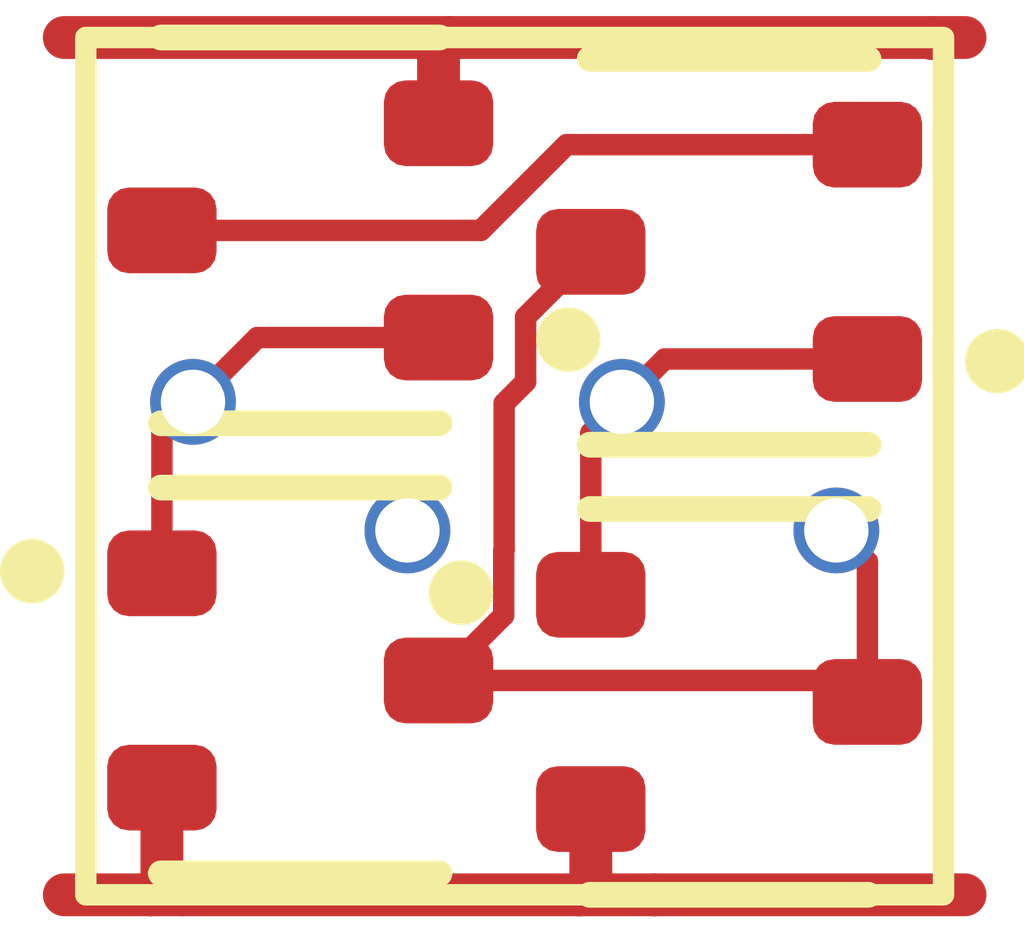
<source format=kicad_pcb>
(kicad_pcb (version 20241229) (generator "pcbnew") (generator_version "9.0")
  (layers (0 "F.Cu" signal) (2 "B.Cu" signal) (13 "F.Paste" user) (15 "B.Paste" user) (5 "F.SilkS" user "F.Silkscreen") (7 "B.SilkS" user "B.Silkscreen") (1 "F.Mask" user) (3 "B.Mask" user) (25 "Edge.Cuts" user))
  (net 0 "")
  (net 1 "GND")
  (net 2 "A1")
  (net 3 "Y")
  (net 4 "A2")
  (net 5 "C")
  (net 6 "VDD")
  (footprint "Package_TO_SOT_SMD:SOT-523" (layer "F.Cu") (at 3 1 180)
    (property "Reference" "P2" (hide yes))
    (property "Value" "" (hide yes))
    (fp_line (start 0.65 0.9) (end -0.65 0.9) (stroke (width 0.12)) (layer "F.SilkS"))
    (fp_line (start 0.65 -0.9) (end -0.65 -0.9) (stroke (width 0.12)) (layer "F.SilkS"))
    (fp_circle (center -1.25 -0.51) (end -1.1 -0.51) (fill yes) (layer "F.SilkS"))
    (pad "1" smd roundrect (at -0.645 -0.5) (size 0.51 0.4) (layers "F.Cu" "F.Mask" "F.Paste") (net 4 "A2"))
    (pad "2" smd roundrect (at -0.645 0.5) (size 0.51 0.4) (layers "F.Cu" "F.Mask" "F.Paste") (net 5 "C"))
    (pad "3" smd roundrect (at 0.645 0) (size 0.51 0.4) (layers "F.Cu" "F.Mask" "F.Paste") (net 3 "Y"))
  )
  (footprint "Package_TO_SOT_SMD:SOT-523" (layer "F.Cu") (at 1 3)
    (property "Reference" "N1" (hide yes))
    (property "Value" "" (hide yes))
    (fp_line (start 0.65 -0.9) (end -0.65 -0.9) (stroke (width 0.12)) (layer "F.SilkS"))
    (fp_line (start 0.65 0.9) (end -0.65 0.9) (stroke (width 0.12)) (layer "F.SilkS"))
    (fp_circle (center -1.25 -0.51) (end -1.1 -0.51) (fill yes) (layer "F.SilkS"))
    (pad "1" smd roundrect (at -0.645 -0.5 180) (size 0.51 0.4) (layers "F.Cu" "F.Mask" "F.Paste") (net 2 "A1"))
    (pad "2" smd roundrect (at -0.645 0.5 180) (size 0.51 0.4) (layers "F.Cu" "F.Mask" "F.Paste") (net 1 "GND"))
    (pad "3" smd roundrect (at 0.645 0 180) (size 0.51 0.4) (layers "F.Cu" "F.Mask" "F.Paste") (net 3 "Y"))
  )
  (footprint "Package_TO_SOT_SMD:SOT-523" (layer "F.Cu") (at 1 0.9 180)
    (property "Reference" "P1" (hide yes))
    (property "Value" "" (hide yes))
    (fp_line (start 0.65 0.9) (end -0.65 0.9) (stroke (width 0.12)) (layer "F.SilkS"))
    (fp_line (start 0.65 -0.9) (end -0.65 -0.9) (stroke (width 0.12)) (layer "F.SilkS"))
    (fp_circle (center -1.25 -0.51) (end -1.1 -0.51) (fill yes) (layer "F.SilkS"))
    (pad "1" smd roundrect (at -0.645 -0.5) (size 0.51 0.4) (layers "F.Cu" "F.Mask" "F.Paste") (net 2 "A1"))
    (pad "2" smd roundrect (at -0.645 0.5) (size 0.51 0.4) (layers "F.Cu" "F.Mask" "F.Paste") (net 6 "VDD"))
    (pad "3" smd roundrect (at 0.645 0) (size 0.51 0.4) (layers "F.Cu" "F.Mask" "F.Paste") (net 5 "C"))
  )
  (footprint "Package_TO_SOT_SMD:SOT-523" (layer "F.Cu") (at 3 3.1)
    (property "Reference" "N2" (hide yes))
    (property "Value" "" (hide yes))
    (fp_line (start 0.65 -0.9) (end -0.65 -0.9) (stroke (width 0.12)) (layer "F.SilkS"))
    (fp_line (start 0.65 0.9) (end -0.65 0.9) (stroke (width 0.12)) (layer "F.SilkS"))
    (fp_circle (center -1.25 -0.51) (end -1.1 -0.51) (fill yes) (layer "F.SilkS"))
    (pad "1" smd roundrect (at -0.645 -0.5 180) (size 0.51 0.4) (layers "F.Cu" "F.Mask" "F.Paste") (net 4 "A2"))
    (pad "2" smd roundrect (at -0.645 0.5 180) (size 0.51 0.4) (layers "F.Cu" "F.Mask" "F.Paste") (net 1 "GND"))
    (pad "3" smd roundrect (at 0.645 0 180) (size 0.51 0.4) (layers "F.Cu" "F.Mask" "F.Paste") (net 3 "Y"))
  )
  (gr_rect (start 0 0) (end 4 4) (stroke (width 0.1)) (fill no) (layer "F.SilkS"))
  (via (at 1.5 2.3) (size 0.4) (drill 0.3) (layers "F.Cu" "B.Cu") (net 0))
  (segment (start 2.65 4) (end 2.3 4) (width 0.2) (layer "F.Cu") (net 1))
  (segment (start 0.3 4) (end -0.1 4) (width 0.2) (layer "F.Cu") (net 1))
  (segment (start 2.355 3.945) (end 2.3 4) (width 0.2) (layer "F.Cu") (net 1))
  (segment (start 2.3 4) (end 0.45 4) (width 0.2) (layer "F.Cu") (net 1))
  (segment (start 0.355 3.945) (end 0.3 4) (width 0.2) (layer "F.Cu") (net 1))
  (segment (start 0.45 4) (end 0.3 4) (width 0.2) (layer "F.Cu") (net 1))
  (segment (start 4.1 4) (end 2.65 4) (width 0.2) (layer "F.Cu") (net 1))
  (segment (start 0.355 3.5) (end 0.355 3.945) (width 0.2) (layer "F.Cu") (net 1))
  (segment (start 2.655 4) (end 2.65 4) (width 0.2) (layer "F.Cu") (net 1))
  (segment (start 2.355 3.6) (end 2.355 3.945) (width 0.2) (layer "F.Cu") (net 1))
  (segment (start 0.8 1.4) (end 0.5 1.7) (width 0.1) (layer "F.Cu") (net 2))
  (segment (start 1.645 1.4) (end 0.8 1.4) (width 0.1) (layer "F.Cu") (net 2))
  (segment (start 0.355 2.5) (end 0.355 1.845) (width 0.1) (layer "F.Cu") (net 2))
  (segment (start 0.355 1.845) (end 0.5 1.7) (width 0.1) (layer "F.Cu") (net 2))
  (via (at 0.5 1.7) (size 0.4) (drill 0.3) (layers "F.Cu" "B.Cu") (net 2))
  (segment (start 2.355 1) (end 2.051 1.304) (width 0.1) (layer "F.Cu") (net 3))
  (segment (start 1.949 2.393262) (end 1.949 2.696) (width 0.1) (layer "F.Cu") (net 3))
  (segment (start 2.051 1.606738) (end 1.951 1.706738) (width 0.1) (layer "F.Cu") (net 3))
  (segment (start 3.645 2.445) (end 3.5 2.3) (width 0.1) (layer "F.Cu") (net 3))
  (segment (start 1.949 2.696) (end 1.645 3) (width 0.1) (layer "F.Cu") (net 3))
  (segment (start 3.645 3.1) (end 3.645 2.445) (width 0.1) (layer "F.Cu") (net 3))
  (segment (start 1.645 3) (end 3.545 3) (width 0.1) (layer "F.Cu") (net 3))
  (segment (start 3.545 3) (end 3.645 3.1) (width 0.1) (layer "F.Cu") (net 3))
  (segment (start 2.051 1.304) (end 2.051 1.606738) (width 0.1) (layer "F.Cu") (net 3))
  (segment (start 1.951 2.391262) (end 1.949 2.393262) (width 0.1) (layer "F.Cu") (net 3))
  (segment (start 1.951 1.706738) (end 1.951 2.391262) (width 0.1) (layer "F.Cu") (net 3))
  (via (at 3.5 2.3) (size 0.4) (drill 0.3) (layers "F.Cu" "B.Cu") (net 3))
  (segment (start 2.355 2.5) (end 2.355 1.845) (width 0.1) (layer "F.Cu") (net 4))
  (segment (start 3.645 1.5) (end 2.7 1.5) (width 0.1) (layer "F.Cu") (net 4))
  (segment (start 2.7 1.5) (end 2.5 1.7) (width 0.1) (layer "F.Cu") (net 4))
  (segment (start 2.355 1.845) (end 2.5 1.7) (width 0.1) (layer "F.Cu") (net 4))
  (via (at 2.5 1.7) (size 0.4) (drill 0.3) (layers "F.Cu" "B.Cu") (net 4))
  (segment (start 2.242262 0.5) (end 3.645 0.5) (width 0.1) (layer "F.Cu") (net 5))
  (segment (start 0.355 0.9) (end 1.842262 0.9) (width 0.1) (layer "F.Cu") (net 5))
  (segment (start 1.842262 0.9) (end 2.242262 0.5) (width 0.1) (layer "F.Cu") (net 5))
  (segment (start 3.945 0.005) (end 3.95 0) (width 0.2) (layer "F.Cu") (net 6))
  (segment (start 1.645 0.055) (end 1.7 0) (width 0.2) (layer "F.Cu") (net 6))
  (segment (start 1.645 0.4) (end 1.645 0.055) (width 0.2) (layer "F.Cu") (net 6))
  (segment (start 4.1 0) (end 1.7 0) (width 0.2) (layer "F.Cu") (net 6))
  (segment (start 1.7 0) (end -0.1 0) (width 0.2) (layer "F.Cu") (net 6))
)
</source>
